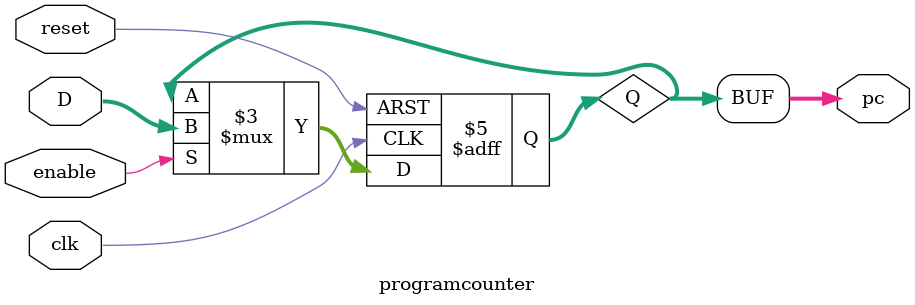
<source format=sv>
`timescale 1ns / 1ps
`default_nettype none

module programcounter(
    input wire clk,reset,enable,
    input wire [31:0] D,
    output wire [31:0] pc
    );
    
    logic [31:0] Q = 32'h0040_0000;
    
    always_ff @(posedge clk or posedge reset)       //checks for clock tick or if reset is 1
    begin  
        if (reset)
            Q <= 32'h0040_0000;             //reinitialized
        else if (enable)
            Q <= D;
    end
    
    assign pc = Q;            
endmodule

</source>
